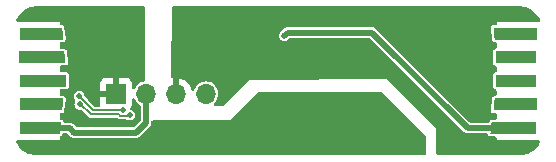
<source format=gbr>
%TF.GenerationSoftware,KiCad,Pcbnew,7.0.9*%
%TF.CreationDate,2024-06-23T02:13:20+02:00*%
%TF.ProjectId,board,626f6172-642e-46b6-9963-61645f706362,rev?*%
%TF.SameCoordinates,Original*%
%TF.FileFunction,Copper,L2,Bot*%
%TF.FilePolarity,Positive*%
%FSLAX46Y46*%
G04 Gerber Fmt 4.6, Leading zero omitted, Abs format (unit mm)*
G04 Created by KiCad (PCBNEW 7.0.9) date 2024-06-23 02:13:20*
%MOMM*%
%LPD*%
G01*
G04 APERTURE LIST*
G04 Aperture macros list*
%AMFreePoly0*
4,1,5,0.500000,-1.800000,-0.500000,-1.800000,-0.500000,1.800000,0.500000,1.900000,0.500000,-1.800000,0.500000,-1.800000,$1*%
%AMFreePoly1*
4,1,5,0.500000,1.800000,0.500000,-1.800000,-0.500000,-1.800000,-0.500000,1.900000,0.500000,1.800000,0.500000,1.800000,$1*%
%AMFreePoly2*
4,1,5,0.500000,1.900000,0.500000,-1.900000,-0.500000,-1.900000,-0.500000,2.000000,0.500000,1.900000,0.500000,1.900000,$1*%
%AMFreePoly3*
4,1,5,0.500000,-1.500000,-0.500000,-1.500000,-0.500000,2.300000,0.500000,2.400000,0.500000,-1.500000,0.500000,-1.500000,$1*%
%AMFreePoly4*
4,1,5,0.500000,1.700000,0.500000,-1.700000,-0.500000,-1.700000,-0.500000,1.800000,0.500000,1.700000,0.500000,1.700000,$1*%
G04 Aperture macros list end*
%TA.AperFunction,ComponentPad*%
%ADD10R,1.700000X1.700000*%
%TD*%
%TA.AperFunction,ComponentPad*%
%ADD11O,1.700000X1.700000*%
%TD*%
%TA.AperFunction,SMDPad,CuDef*%
%ADD12FreePoly0,90.000000*%
%TD*%
%TA.AperFunction,SMDPad,CuDef*%
%ADD13R,3.500000X1.000000*%
%TD*%
%TA.AperFunction,SMDPad,CuDef*%
%ADD14FreePoly1,90.000000*%
%TD*%
%TA.AperFunction,SMDPad,CuDef*%
%ADD15FreePoly2,90.000000*%
%TD*%
%TA.AperFunction,SMDPad,CuDef*%
%ADD16FreePoly0,270.000000*%
%TD*%
%TA.AperFunction,SMDPad,CuDef*%
%ADD17FreePoly3,270.000000*%
%TD*%
%TA.AperFunction,SMDPad,CuDef*%
%ADD18R,4.000000X1.000000*%
%TD*%
%TA.AperFunction,SMDPad,CuDef*%
%ADD19FreePoly1,270.000000*%
%TD*%
%TA.AperFunction,SMDPad,CuDef*%
%ADD20FreePoly4,270.000000*%
%TD*%
%TA.AperFunction,ViaPad*%
%ADD21C,0.500000*%
%TD*%
%TA.AperFunction,Conductor*%
%ADD22C,0.500000*%
%TD*%
%TA.AperFunction,Conductor*%
%ADD23C,0.200000*%
%TD*%
G04 APERTURE END LIST*
D10*
%TO.P,J3,1,Pin_1*%
%TO.N,/dcdc/GND1*%
X148770000Y-97600000D03*
D11*
%TO.P,J3,2,Pin_2*%
%TO.N,/dcdc/5Vin*%
X151310000Y-97600000D03*
%TO.P,J3,3,Pin_3*%
%TO.N,/dcdc/GND2*%
X153850000Y-97600000D03*
%TO.P,J3,4,Pin_4*%
%TO.N,/dcdc/5Vout*%
X156390000Y-97600000D03*
%TD*%
D12*
%TO.P,J1,6,usb3_rx+*%
%TO.N,unconnected-(J1-usb3_rx+-Pad6)*%
X182600000Y-92500000D03*
D13*
%TO.P,J1,7,usb3_rx-*%
%TO.N,unconnected-(J1-usb3_rx--Pad7)*%
X182650000Y-94500000D03*
%TO.P,J1,8,usb3_tx+*%
%TO.N,unconnected-(J1-usb3_tx+-Pad8)*%
X182650000Y-96500000D03*
D14*
%TO.P,J1,9,usb3_tx-*%
%TO.N,unconnected-(J1-usb3_tx--Pad9)*%
X182600000Y-98500000D03*
D15*
%TO.P,J1,10,5V*%
%TO.N,/dcdc/5Vout*%
X182500000Y-100500000D03*
%TD*%
D16*
%TO.P,J2,6,usb3_rx+*%
%TO.N,unconnected-(J2-usb3_rx+-Pad6)*%
X142400000Y-92500000D03*
D17*
%TO.P,J2,7,usb3_rx-*%
%TO.N,unconnected-(J2-usb3_rx--Pad7)*%
X142100000Y-94500000D03*
D18*
%TO.P,J2,8,usb3_tx+*%
%TO.N,unconnected-(J2-usb3_tx+-Pad8)*%
X142600000Y-96500000D03*
D19*
%TO.P,J2,9,usb3_tx-*%
%TO.N,unconnected-(J2-usb3_tx--Pad9)*%
X142400000Y-98500000D03*
D20*
%TO.P,J2,10,5V*%
%TO.N,/dcdc/5Vin*%
X142300000Y-100500000D03*
%TD*%
D21*
%TO.N,/dcdc/GND2*%
X174470000Y-95320000D03*
%TO.N,/iso/D+*%
X149350000Y-99000000D03*
X145650000Y-97800000D03*
%TO.N,/iso/D-*%
X149936937Y-99413063D03*
X145700000Y-98500000D03*
%TO.N,/dcdc/GND1*%
X171100000Y-97850000D03*
X141300000Y-102000000D03*
X167840000Y-101710000D03*
X164710000Y-102140000D03*
X162300000Y-100200000D03*
X164002999Y-99898000D03*
X161000000Y-97850000D03*
X170100000Y-101500000D03*
X151450000Y-101200000D03*
X157050000Y-101750000D03*
X174380000Y-101460000D03*
X154280000Y-101200000D03*
X147400000Y-102400000D03*
X146900000Y-97600000D03*
X148700000Y-95800000D03*
X168570000Y-101710000D03*
X166530000Y-101480000D03*
X141450000Y-91000000D03*
X145100000Y-92500000D03*
X150800000Y-90600000D03*
X159300000Y-101200000D03*
X145100000Y-95450000D03*
X159650000Y-99050000D03*
X160750000Y-100350000D03*
X169350000Y-101790000D03*
X150800000Y-95800000D03*
X171750000Y-101560000D03*
%TO.N,/dcdc/5Vin*%
X147150000Y-100900000D03*
%TO.N,/dcdc/GND2*%
X178950000Y-102450000D03*
X179000000Y-90850000D03*
X175070000Y-99170000D03*
X177550000Y-102450000D03*
X183150000Y-90850000D03*
X154150000Y-90650000D03*
X176550000Y-92500000D03*
X173010000Y-97070000D03*
X157550000Y-95450000D03*
X169040000Y-95860000D03*
X158250000Y-97350000D03*
X180250000Y-101650000D03*
X154850000Y-95850000D03*
X169830000Y-91450000D03*
X175440000Y-93840000D03*
X176500000Y-100600000D03*
X160400000Y-95900000D03*
X160550000Y-90550000D03*
X179650000Y-94550000D03*
X178600000Y-96400000D03*
X177500000Y-98500000D03*
X166500000Y-95850000D03*
X183350000Y-102050000D03*
X160250000Y-93900000D03*
X180200000Y-97850000D03*
X175520000Y-96140000D03*
%TO.N,/dcdc/5Vout*%
X163030000Y-92700000D03*
X165350000Y-92420000D03*
%TD*%
D22*
%TO.N,/dcdc/5Vout*%
X178550000Y-100500000D02*
X182500000Y-100500000D01*
X170470000Y-92420000D02*
X178550000Y-100500000D01*
X163310000Y-92420000D02*
X170470000Y-92420000D01*
X163030000Y-92700000D02*
X163310000Y-92420000D01*
%TO.N,/dcdc/GND1*%
X170090000Y-99900000D02*
X170090000Y-99850000D01*
X171750000Y-101560000D02*
X170090000Y-99900000D01*
X169190000Y-101630000D02*
X169190000Y-99850000D01*
X169350000Y-101790000D02*
X169190000Y-101630000D01*
X170090000Y-101490000D02*
X170090000Y-99850000D01*
X170100000Y-101500000D02*
X170090000Y-101490000D01*
X166530000Y-99860000D02*
X166520000Y-99850000D01*
X166530000Y-101480000D02*
X166530000Y-99860000D01*
D23*
%TO.N,/iso/D+*%
X146850000Y-99000000D02*
X146177000Y-98327000D01*
X146177000Y-98302420D02*
X145897580Y-98023000D01*
X145897580Y-98023000D02*
X145873000Y-98023000D01*
X149350000Y-99000000D02*
X146850000Y-99000000D01*
X145873000Y-98023000D02*
X145650000Y-97800000D01*
X146177000Y-98327000D02*
X146177000Y-98302420D01*
%TO.N,/iso/D-*%
X149873000Y-99477000D02*
X149152420Y-99477000D01*
X145750000Y-98450000D02*
X145700000Y-98500000D01*
X149002420Y-99327000D02*
X146627000Y-99327000D01*
X146627000Y-99327000D02*
X145750000Y-98450000D01*
X149936937Y-99413063D02*
X149873000Y-99477000D01*
X149152420Y-99477000D02*
X149002420Y-99327000D01*
D22*
%TO.N,/dcdc/GND1*%
X168200000Y-99850000D02*
X168490000Y-99850000D01*
X168490000Y-99850000D02*
X169190000Y-99850000D01*
X164050999Y-99850000D02*
X164002999Y-99898000D01*
X169450000Y-99850000D02*
X170090000Y-99850000D01*
X166950000Y-99850000D02*
X166520000Y-99850000D01*
X166520000Y-99850000D02*
X164050999Y-99850000D01*
X166950000Y-99850000D02*
X168200000Y-99850000D01*
X168490000Y-100490000D02*
X168490000Y-99850000D01*
X169190000Y-99850000D02*
X169450000Y-99850000D01*
%TO.N,/dcdc/5Vin*%
X147150000Y-100900000D02*
X145250000Y-100900000D01*
X147150000Y-100900000D02*
X150450000Y-100900000D01*
X150450000Y-100900000D02*
X151310000Y-100040000D01*
X145250000Y-100900000D02*
X144850000Y-100500000D01*
X151310000Y-100040000D02*
X151310000Y-97600000D01*
X144850000Y-100500000D02*
X142300000Y-100500000D01*
%TO.N,/dcdc/GND2*%
X176550000Y-97550000D02*
X177500000Y-98500000D01*
X176550000Y-92500000D02*
X176550000Y-97550000D01*
%TD*%
%TA.AperFunction,Conductor*%
%TO.N,/dcdc/GND1*%
G36*
X171315677Y-97469685D02*
G01*
X171336319Y-97486319D01*
X174963681Y-101113681D01*
X174997166Y-101175004D01*
X175000000Y-101201362D01*
X175000000Y-102675500D01*
X174980315Y-102742539D01*
X174927511Y-102788294D01*
X174876000Y-102799500D01*
X142002038Y-102799500D01*
X141997982Y-102799367D01*
X141769170Y-102784370D01*
X141761121Y-102783310D01*
X141538246Y-102738977D01*
X141530404Y-102736876D01*
X141391329Y-102689666D01*
X141315207Y-102663826D01*
X141307718Y-102660724D01*
X141103897Y-102560211D01*
X141096867Y-102556152D01*
X140907916Y-102429899D01*
X140901480Y-102424961D01*
X140730617Y-102275119D01*
X140724878Y-102269380D01*
X140575036Y-102098516D01*
X140570104Y-102092088D01*
X140443847Y-101903132D01*
X140439790Y-101896107D01*
X140339271Y-101692274D01*
X140336174Y-101684794D01*
X140329065Y-101663855D01*
X140326158Y-101594048D01*
X140361453Y-101533748D01*
X140423745Y-101502103D01*
X140446486Y-101500000D01*
X144000000Y-101500000D01*
X144000000Y-101301612D01*
X144019685Y-101234573D01*
X144065712Y-101192166D01*
X144094582Y-101176790D01*
X144129452Y-101158219D01*
X144180145Y-101096636D01*
X144197927Y-101038326D01*
X144236311Y-100979947D01*
X144300166Y-100951585D01*
X144316534Y-100950500D01*
X144612034Y-100950500D01*
X144679073Y-100970185D01*
X144699715Y-100986819D01*
X144911094Y-101198198D01*
X144915730Y-101203386D01*
X144940121Y-101233970D01*
X144940122Y-101233971D01*
X144989264Y-101267476D01*
X145037116Y-101302792D01*
X145044672Y-101306785D01*
X145052321Y-101310468D01*
X145052327Y-101310472D01*
X145085321Y-101320649D01*
X145109179Y-101328009D01*
X145165300Y-101347646D01*
X145173688Y-101349232D01*
X145182095Y-101350500D01*
X145182098Y-101350500D01*
X145241573Y-101350500D01*
X145301009Y-101352724D01*
X145301009Y-101352723D01*
X145301010Y-101352724D01*
X145301010Y-101352723D01*
X145310243Y-101351684D01*
X145310336Y-101352513D01*
X145325636Y-101350500D01*
X147082098Y-101350500D01*
X147085228Y-101350500D01*
X147214772Y-101350500D01*
X150421217Y-101350500D01*
X150428155Y-101350889D01*
X150460050Y-101354483D01*
X150467034Y-101355270D01*
X150467034Y-101355269D01*
X150467035Y-101355270D01*
X150525479Y-101344211D01*
X150584287Y-101335348D01*
X150584290Y-101335346D01*
X150592447Y-101332830D01*
X150600469Y-101330023D01*
X150600472Y-101330023D01*
X150653072Y-101302222D01*
X150706642Y-101276425D01*
X150706642Y-101276424D01*
X150706644Y-101276424D01*
X150713695Y-101271616D01*
X150720538Y-101266566D01*
X150762599Y-101224504D01*
X150785359Y-101203386D01*
X150806194Y-101184055D01*
X150806196Y-101184050D01*
X150811987Y-101176790D01*
X150812643Y-101177313D01*
X150822032Y-101165070D01*
X151608205Y-100378896D01*
X151613373Y-100374277D01*
X151643970Y-100349879D01*
X151677480Y-100300728D01*
X151712793Y-100252882D01*
X151712794Y-100252879D01*
X151716787Y-100245324D01*
X151720470Y-100237676D01*
X151720470Y-100237675D01*
X151720472Y-100237673D01*
X151738007Y-100180822D01*
X151757646Y-100124699D01*
X151759228Y-100116336D01*
X151760500Y-100107899D01*
X151760500Y-100048441D01*
X151762725Y-99988993D01*
X151762600Y-99987882D01*
X151762812Y-99986670D01*
X151763073Y-99979703D01*
X151764026Y-99979738D01*
X151774656Y-99919060D01*
X151822006Y-99867681D01*
X151885821Y-99850000D01*
X158400000Y-99850000D01*
X160763681Y-97486319D01*
X160825004Y-97452834D01*
X160851362Y-97450000D01*
X171248638Y-97450000D01*
X171315677Y-97469685D01*
G37*
%TD.AperFunction*%
%TA.AperFunction,Conductor*%
G36*
X151193039Y-90220185D02*
G01*
X151238794Y-90272989D01*
X151250000Y-90324500D01*
X151250000Y-96437939D01*
X151230315Y-96504978D01*
X151177511Y-96550733D01*
X151138156Y-96561342D01*
X151104067Y-96564699D01*
X150928692Y-96617898D01*
X150923413Y-96619500D01*
X150906043Y-96624769D01*
X150872634Y-96642627D01*
X150723550Y-96722315D01*
X150723548Y-96722316D01*
X150723547Y-96722317D01*
X150563589Y-96853589D01*
X150432317Y-97013547D01*
X150353358Y-97161267D01*
X150304395Y-97211111D01*
X150236257Y-97226571D01*
X150170578Y-97202739D01*
X150128209Y-97147181D01*
X150120000Y-97102813D01*
X150120000Y-96702172D01*
X150119999Y-96702155D01*
X150113598Y-96642627D01*
X150113596Y-96642620D01*
X150063354Y-96507913D01*
X150063350Y-96507906D01*
X149977190Y-96392812D01*
X149977187Y-96392809D01*
X149862093Y-96306649D01*
X149862086Y-96306645D01*
X149727379Y-96256403D01*
X149727372Y-96256401D01*
X149667844Y-96250000D01*
X149020000Y-96250000D01*
X149020000Y-97164498D01*
X148912315Y-97115320D01*
X148805763Y-97100000D01*
X148734237Y-97100000D01*
X148627685Y-97115320D01*
X148520000Y-97164498D01*
X148520000Y-96250000D01*
X147872155Y-96250000D01*
X147812627Y-96256401D01*
X147812620Y-96256403D01*
X147677913Y-96306645D01*
X147677906Y-96306649D01*
X147562812Y-96392809D01*
X147562809Y-96392812D01*
X147476649Y-96507906D01*
X147476645Y-96507913D01*
X147426403Y-96642620D01*
X147426401Y-96642627D01*
X147420000Y-96702155D01*
X147420000Y-97350000D01*
X148336314Y-97350000D01*
X148310507Y-97390156D01*
X148270000Y-97528111D01*
X148270000Y-97671889D01*
X148310507Y-97809844D01*
X148336314Y-97850000D01*
X147420000Y-97850000D01*
X147420000Y-98497844D01*
X147426925Y-98562244D01*
X147414520Y-98631004D01*
X147366910Y-98682141D01*
X147303636Y-98699500D01*
X147025833Y-98699500D01*
X146958794Y-98679815D01*
X146938152Y-98663181D01*
X146465030Y-98190059D01*
X146439276Y-98152463D01*
X146429206Y-98129655D01*
X146424309Y-98124758D01*
X146406563Y-98102354D01*
X146405105Y-98100000D01*
X146402919Y-98096468D01*
X146378171Y-98077779D01*
X146371694Y-98072143D01*
X146154502Y-97854951D01*
X146148858Y-97848465D01*
X146141539Y-97838774D01*
X146141538Y-97838772D01*
X146141535Y-97838769D01*
X146138924Y-97836388D01*
X146135574Y-97830875D01*
X146134613Y-97829602D01*
X146134741Y-97829504D01*
X146102644Y-97776676D01*
X146099728Y-97762412D01*
X146086697Y-97671774D01*
X146032882Y-97553937D01*
X145948049Y-97456033D01*
X145839069Y-97385996D01*
X145839065Y-97385994D01*
X145839064Y-97385994D01*
X145714774Y-97349500D01*
X145714772Y-97349500D01*
X145585228Y-97349500D01*
X145585226Y-97349500D01*
X145460935Y-97385994D01*
X145460932Y-97385995D01*
X145460931Y-97385996D01*
X145448374Y-97394066D01*
X145351950Y-97456033D01*
X145267118Y-97553937D01*
X145267117Y-97553938D01*
X145213302Y-97671774D01*
X145194867Y-97800000D01*
X145213302Y-97928225D01*
X145247887Y-98003954D01*
X145267118Y-98046063D01*
X145310793Y-98096467D01*
X145311818Y-98097650D01*
X145340842Y-98161206D01*
X145330898Y-98230364D01*
X145320947Y-98245860D01*
X145321911Y-98246480D01*
X145317116Y-98253939D01*
X145263302Y-98371774D01*
X145244867Y-98500000D01*
X145263302Y-98628225D01*
X145295853Y-98699500D01*
X145317118Y-98746063D01*
X145401951Y-98843967D01*
X145510931Y-98914004D01*
X145544761Y-98923937D01*
X145635225Y-98950499D01*
X145635227Y-98950500D01*
X145773641Y-98950500D01*
X145773641Y-98954203D01*
X145825369Y-98961528D01*
X145861781Y-98986752D01*
X146370078Y-99495049D01*
X146375721Y-99501533D01*
X146383041Y-99511226D01*
X146383042Y-99511228D01*
X146407659Y-99533669D01*
X146418375Y-99543439D01*
X146420423Y-99545394D01*
X146434203Y-99559174D01*
X146436413Y-99560688D01*
X146443143Y-99566018D01*
X146454016Y-99575930D01*
X146466064Y-99586914D01*
X146466065Y-99586914D01*
X146466067Y-99586916D01*
X146472530Y-99589419D01*
X146497807Y-99602743D01*
X146503519Y-99606656D01*
X146533702Y-99613754D01*
X146541903Y-99616294D01*
X146570827Y-99627500D01*
X146577751Y-99627500D01*
X146606141Y-99630793D01*
X146612881Y-99632379D01*
X146643591Y-99628095D01*
X146652166Y-99627500D01*
X148823427Y-99627500D01*
X148890466Y-99647185D01*
X148906967Y-99659865D01*
X148943795Y-99693439D01*
X148945843Y-99695394D01*
X148959623Y-99709174D01*
X148961833Y-99710688D01*
X148968563Y-99716018D01*
X148979436Y-99725930D01*
X148991484Y-99736914D01*
X148991485Y-99736914D01*
X148991487Y-99736916D01*
X148997950Y-99739419D01*
X149023227Y-99752743D01*
X149028939Y-99756656D01*
X149059122Y-99763754D01*
X149067323Y-99766294D01*
X149096247Y-99777500D01*
X149103171Y-99777500D01*
X149131561Y-99780793D01*
X149138301Y-99782379D01*
X149169011Y-99778095D01*
X149177586Y-99777500D01*
X149634330Y-99777500D01*
X149701368Y-99797184D01*
X149747870Y-99827068D01*
X149872162Y-99863562D01*
X149872164Y-99863563D01*
X149872165Y-99863563D01*
X150001710Y-99863563D01*
X150001710Y-99863562D01*
X150126006Y-99827067D01*
X150234986Y-99757030D01*
X150319819Y-99659126D01*
X150373634Y-99541289D01*
X150392070Y-99413063D01*
X150373634Y-99284837D01*
X150319819Y-99167000D01*
X150234986Y-99069096D01*
X150126006Y-98999059D01*
X150126004Y-98999058D01*
X150126002Y-98999057D01*
X150057614Y-98978977D01*
X149998836Y-98941203D01*
X149969811Y-98877647D01*
X149979755Y-98808489D01*
X149993283Y-98785688D01*
X150063352Y-98692089D01*
X150063354Y-98692086D01*
X150113596Y-98557379D01*
X150113598Y-98557372D01*
X150119999Y-98497844D01*
X150120000Y-98497827D01*
X150120000Y-98097186D01*
X150139685Y-98030147D01*
X150192489Y-97984392D01*
X150261647Y-97974448D01*
X150325203Y-98003473D01*
X150353356Y-98038729D01*
X150432315Y-98186450D01*
X150432317Y-98186452D01*
X150563589Y-98346410D01*
X150723549Y-98477684D01*
X150723551Y-98477686D01*
X150750242Y-98491952D01*
X150793953Y-98515316D01*
X150843797Y-98564277D01*
X150859500Y-98624674D01*
X150859500Y-99802035D01*
X150839815Y-99869074D01*
X150823181Y-99889716D01*
X150299716Y-100413181D01*
X150238393Y-100446666D01*
X150212035Y-100449500D01*
X145487965Y-100449500D01*
X145420926Y-100429815D01*
X145400284Y-100413181D01*
X145188908Y-100201805D01*
X145184271Y-100196617D01*
X145159878Y-100166029D01*
X145110728Y-100132519D01*
X145062882Y-100097207D01*
X145055297Y-100093198D01*
X145047677Y-100089529D01*
X145023161Y-100081967D01*
X144990822Y-100071992D01*
X144970154Y-100064760D01*
X144934695Y-100052352D01*
X144926326Y-100050768D01*
X144917904Y-100049500D01*
X144917902Y-100049500D01*
X144858426Y-100049500D01*
X144798990Y-100047275D01*
X144789756Y-100048316D01*
X144789662Y-100047486D01*
X144774364Y-100049500D01*
X144416039Y-100049500D01*
X144349000Y-100029815D01*
X144303245Y-99977011D01*
X144294422Y-99949692D01*
X144288867Y-99921770D01*
X144288867Y-99921769D01*
X144244552Y-99855447D01*
X144178230Y-99811132D01*
X144178229Y-99811131D01*
X144099809Y-99795533D01*
X144037898Y-99763148D01*
X144003324Y-99702432D01*
X144000000Y-99673916D01*
X144000000Y-99328428D01*
X144019685Y-99261389D01*
X144072489Y-99215634D01*
X144124000Y-99204428D01*
X144199995Y-99204428D01*
X144200000Y-99204428D01*
X144227546Y-99200362D01*
X144259045Y-99195715D01*
X144259045Y-99195714D01*
X144259050Y-99195714D01*
X144329452Y-99158219D01*
X144380145Y-99096636D01*
X144403413Y-99020341D01*
X144503413Y-98020341D01*
X144504428Y-98000000D01*
X144488867Y-97921769D01*
X144474162Y-97899762D01*
X144444552Y-97855447D01*
X144378230Y-97811132D01*
X144378229Y-97811131D01*
X144300004Y-97795572D01*
X144300000Y-97795572D01*
X144124000Y-97795572D01*
X144056961Y-97775887D01*
X144011206Y-97723083D01*
X144000000Y-97671572D01*
X144000000Y-97324500D01*
X144019685Y-97257461D01*
X144072489Y-97211706D01*
X144124000Y-97200500D01*
X144619750Y-97200500D01*
X144619751Y-97200499D01*
X144642140Y-97196046D01*
X144678229Y-97188868D01*
X144678229Y-97188867D01*
X144678231Y-97188867D01*
X144744552Y-97144552D01*
X144788867Y-97078231D01*
X144788867Y-97078229D01*
X144788868Y-97078229D01*
X144800499Y-97019752D01*
X144800500Y-97019750D01*
X144800500Y-95980249D01*
X144800499Y-95980247D01*
X144788868Y-95921770D01*
X144788867Y-95921769D01*
X144744552Y-95855447D01*
X144678230Y-95811132D01*
X144678229Y-95811131D01*
X144619752Y-95799500D01*
X144619748Y-95799500D01*
X144124000Y-95799500D01*
X144056961Y-95779815D01*
X144011206Y-95727011D01*
X144000000Y-95675500D01*
X144000000Y-95328428D01*
X144019685Y-95261389D01*
X144072489Y-95215634D01*
X144124000Y-95204428D01*
X144500001Y-95204428D01*
X144500967Y-95204379D01*
X144520341Y-95203413D01*
X144596636Y-95180145D01*
X144658219Y-95129452D01*
X144695714Y-95059050D01*
X144703413Y-94979659D01*
X144603413Y-93979659D01*
X144588867Y-93921769D01*
X144544552Y-93855448D01*
X144544551Y-93855446D01*
X144478230Y-93811132D01*
X144478229Y-93811131D01*
X144400004Y-93795572D01*
X144400000Y-93795572D01*
X144124000Y-93795572D01*
X144056961Y-93775887D01*
X144011206Y-93723083D01*
X144000000Y-93671572D01*
X144000000Y-93328428D01*
X144019685Y-93261389D01*
X144072489Y-93215634D01*
X144124000Y-93204428D01*
X144300001Y-93204428D01*
X144300967Y-93204379D01*
X144320341Y-93203413D01*
X144396636Y-93180145D01*
X144458219Y-93129452D01*
X144495714Y-93059050D01*
X144503413Y-92979659D01*
X144403413Y-91979659D01*
X144388867Y-91921769D01*
X144344552Y-91855448D01*
X144344551Y-91855446D01*
X144278230Y-91811132D01*
X144278229Y-91811131D01*
X144200004Y-91795572D01*
X144200000Y-91795572D01*
X144124000Y-91795572D01*
X144056961Y-91775887D01*
X144011206Y-91723083D01*
X144000000Y-91671572D01*
X144000000Y-91500000D01*
X140446486Y-91500000D01*
X140379447Y-91480315D01*
X140333692Y-91427511D01*
X140323748Y-91358353D01*
X140329062Y-91336153D01*
X140336178Y-91315191D01*
X140339271Y-91307725D01*
X140439793Y-91103885D01*
X140443847Y-91096867D01*
X140444937Y-91095236D01*
X140570109Y-90907903D01*
X140575030Y-90901490D01*
X140724887Y-90730609D01*
X140730609Y-90724887D01*
X140901490Y-90575030D01*
X140907903Y-90570109D01*
X141096872Y-90443844D01*
X141103885Y-90439793D01*
X141307730Y-90339269D01*
X141315194Y-90336177D01*
X141530407Y-90263122D01*
X141538243Y-90261022D01*
X141761136Y-90216686D01*
X141769165Y-90215629D01*
X141843393Y-90210764D01*
X141997982Y-90200633D01*
X142002038Y-90200500D01*
X142039882Y-90200500D01*
X151126000Y-90200500D01*
X151193039Y-90220185D01*
G37*
%TD.AperFunction*%
%TD*%
%TA.AperFunction,Conductor*%
%TO.N,/dcdc/GND2*%
G36*
X183002018Y-90200633D02*
G01*
X183166543Y-90211415D01*
X183230832Y-90215629D01*
X183238865Y-90216687D01*
X183449438Y-90258572D01*
X183461753Y-90261022D01*
X183469596Y-90263123D01*
X183684800Y-90336175D01*
X183692274Y-90339271D01*
X183896107Y-90439790D01*
X183903132Y-90443847D01*
X184092088Y-90570104D01*
X184098516Y-90575036D01*
X184269380Y-90724878D01*
X184275119Y-90730617D01*
X184424961Y-90901480D01*
X184429899Y-90907916D01*
X184556152Y-91096867D01*
X184560212Y-91103898D01*
X184660721Y-91307711D01*
X184663828Y-91315211D01*
X184670932Y-91336139D01*
X184673843Y-91405948D01*
X184638550Y-91466249D01*
X184576259Y-91497896D01*
X184553514Y-91500000D01*
X181000000Y-91500000D01*
X181000000Y-91671572D01*
X180980315Y-91738611D01*
X180927511Y-91784366D01*
X180876000Y-91795572D01*
X180699999Y-91795572D01*
X180679658Y-91796587D01*
X180646179Y-91806797D01*
X180603364Y-91819855D01*
X180603363Y-91819855D01*
X180603362Y-91819856D01*
X180541780Y-91870547D01*
X180504286Y-91940949D01*
X180496836Y-92017777D01*
X180496587Y-92020341D01*
X180596587Y-93020341D01*
X180602931Y-93045590D01*
X180611133Y-93078231D01*
X180655448Y-93144553D01*
X180721769Y-93188867D01*
X180721770Y-93188868D01*
X180799995Y-93204427D01*
X180799999Y-93204428D01*
X180800000Y-93204428D01*
X180876000Y-93204428D01*
X180943039Y-93224113D01*
X180988794Y-93276917D01*
X181000000Y-93328428D01*
X181000000Y-93675500D01*
X180980315Y-93742539D01*
X180927511Y-93788294D01*
X180886153Y-93797291D01*
X180886312Y-93798903D01*
X180880247Y-93799500D01*
X180821770Y-93811131D01*
X180821769Y-93811132D01*
X180755447Y-93855447D01*
X180711132Y-93921769D01*
X180711131Y-93921770D01*
X180699500Y-93980247D01*
X180699500Y-95019752D01*
X180711131Y-95078229D01*
X180711132Y-95078230D01*
X180755447Y-95144552D01*
X180821769Y-95188867D01*
X180821770Y-95188868D01*
X180879852Y-95200420D01*
X180880252Y-95200500D01*
X180880257Y-95200500D01*
X180886312Y-95201097D01*
X180886079Y-95203459D01*
X180943039Y-95220185D01*
X180988794Y-95272989D01*
X181000000Y-95324500D01*
X181000000Y-95675500D01*
X180980315Y-95742539D01*
X180927511Y-95788294D01*
X180886153Y-95797291D01*
X180886312Y-95798903D01*
X180880247Y-95799500D01*
X180821770Y-95811131D01*
X180821769Y-95811132D01*
X180755447Y-95855447D01*
X180711132Y-95921769D01*
X180711131Y-95921770D01*
X180699500Y-95980247D01*
X180699500Y-97019752D01*
X180711131Y-97078229D01*
X180711132Y-97078230D01*
X180755447Y-97144552D01*
X180821769Y-97188867D01*
X180821770Y-97188868D01*
X180879852Y-97200420D01*
X180880252Y-97200500D01*
X180880257Y-97200500D01*
X180886312Y-97201097D01*
X180886079Y-97203459D01*
X180943039Y-97220185D01*
X180988794Y-97272989D01*
X181000000Y-97324500D01*
X181000000Y-97671572D01*
X180980315Y-97738611D01*
X180927511Y-97784366D01*
X180876000Y-97795572D01*
X180800000Y-97795572D01*
X180799996Y-97795572D01*
X180799987Y-97795573D01*
X180740954Y-97804284D01*
X180740947Y-97804287D01*
X180670548Y-97841780D01*
X180619855Y-97903362D01*
X180611488Y-97930798D01*
X180596587Y-97979659D01*
X180496587Y-98979659D01*
X180495572Y-99000000D01*
X180505518Y-99050000D01*
X180511133Y-99078231D01*
X180555447Y-99144552D01*
X180621769Y-99188867D01*
X180621770Y-99188868D01*
X180699995Y-99204427D01*
X180699999Y-99204428D01*
X180700000Y-99204428D01*
X180876000Y-99204428D01*
X180943039Y-99224113D01*
X180988794Y-99276917D01*
X181000000Y-99328428D01*
X181000000Y-99671572D01*
X180980315Y-99738611D01*
X180927511Y-99784366D01*
X180876000Y-99795572D01*
X180600000Y-99795572D01*
X180599996Y-99795572D01*
X180599987Y-99795573D01*
X180540954Y-99804284D01*
X180540947Y-99804287D01*
X180470548Y-99841780D01*
X180419855Y-99903362D01*
X180402073Y-99961672D01*
X180363689Y-100020053D01*
X180299834Y-100048415D01*
X180283466Y-100049500D01*
X178787965Y-100049500D01*
X178720926Y-100029815D01*
X178700284Y-100013181D01*
X170808908Y-92121805D01*
X170804271Y-92116617D01*
X170787417Y-92095483D01*
X170779879Y-92086030D01*
X170730728Y-92052519D01*
X170682882Y-92017207D01*
X170675297Y-92013198D01*
X170667677Y-92009529D01*
X170643161Y-92001967D01*
X170610822Y-91991992D01*
X170589845Y-91984652D01*
X170554695Y-91972352D01*
X170546326Y-91970768D01*
X170537904Y-91969500D01*
X170537902Y-91969500D01*
X170478426Y-91969500D01*
X170418990Y-91967275D01*
X170409756Y-91968316D01*
X170409662Y-91967486D01*
X170394364Y-91969500D01*
X163338783Y-91969500D01*
X163331844Y-91969110D01*
X163317426Y-91967486D01*
X163292964Y-91964729D01*
X163234511Y-91975789D01*
X163175711Y-91984652D01*
X163167556Y-91987167D01*
X163159530Y-91989975D01*
X163159529Y-91989976D01*
X163159527Y-91989976D01*
X163159524Y-91989978D01*
X163106926Y-92017777D01*
X163053358Y-92043575D01*
X163046308Y-92048380D01*
X163039461Y-92053435D01*
X163018437Y-92074458D01*
X162997413Y-92095483D01*
X162974636Y-92116617D01*
X162953803Y-92135947D01*
X162948013Y-92143208D01*
X162947362Y-92142688D01*
X162937967Y-92154928D01*
X162755125Y-92337770D01*
X162734491Y-92354400D01*
X162731951Y-92356032D01*
X162701521Y-92391149D01*
X162698511Y-92394383D01*
X162687572Y-92405324D01*
X162687571Y-92405326D01*
X162679433Y-92416352D01*
X162676407Y-92420133D01*
X162647118Y-92453935D01*
X162645046Y-92458473D01*
X162632029Y-92480583D01*
X162627207Y-92487117D01*
X162612557Y-92528986D01*
X162610432Y-92534267D01*
X162593302Y-92571776D01*
X162592031Y-92580617D01*
X162586338Y-92603911D01*
X162582354Y-92615298D01*
X162582353Y-92615303D01*
X162580825Y-92656134D01*
X162580237Y-92662641D01*
X162574867Y-92699996D01*
X162574867Y-92699999D01*
X162576699Y-92712745D01*
X162577873Y-92735020D01*
X162577275Y-92751006D01*
X162577275Y-92751007D01*
X162586947Y-92787103D01*
X162588430Y-92794333D01*
X162593302Y-92828225D01*
X162600281Y-92843505D01*
X162607261Y-92862923D01*
X162612421Y-92882180D01*
X162612423Y-92882186D01*
X162630444Y-92910865D01*
X162634347Y-92918101D01*
X162647116Y-92946059D01*
X162647118Y-92946063D01*
X162660697Y-92961734D01*
X162671975Y-92976961D01*
X162684677Y-92997175D01*
X162696296Y-93007174D01*
X162704251Y-93014019D01*
X162717085Y-93026810D01*
X162731951Y-93043967D01*
X162756341Y-93059641D01*
X162763264Y-93064805D01*
X162787612Y-93085758D01*
X162795825Y-93089341D01*
X162807684Y-93094515D01*
X162825144Y-93103858D01*
X162840927Y-93114002D01*
X162840928Y-93114003D01*
X162840930Y-93114003D01*
X162840931Y-93114004D01*
X162872118Y-93123161D01*
X162879432Y-93125819D01*
X162912084Y-93140065D01*
X162914871Y-93140378D01*
X162929939Y-93142077D01*
X162950992Y-93146320D01*
X162965227Y-93150500D01*
X162965228Y-93150500D01*
X163001217Y-93150500D01*
X163008155Y-93150889D01*
X163040050Y-93154483D01*
X163047034Y-93155270D01*
X163047034Y-93155269D01*
X163047035Y-93155270D01*
X163060820Y-93152661D01*
X163083872Y-93150500D01*
X163094772Y-93150500D01*
X163132661Y-93139374D01*
X163138595Y-93137945D01*
X163180472Y-93130023D01*
X163189388Y-93125310D01*
X163212396Y-93115963D01*
X163219069Y-93114004D01*
X163255225Y-93090766D01*
X163259773Y-93088110D01*
X163300538Y-93066566D01*
X163304870Y-93062233D01*
X163325523Y-93045590D01*
X163328049Y-93043967D01*
X163358492Y-93008831D01*
X163361475Y-93005627D01*
X163460286Y-92906816D01*
X163521608Y-92873334D01*
X163547965Y-92870500D01*
X165285228Y-92870500D01*
X165414772Y-92870500D01*
X170232034Y-92870500D01*
X170299073Y-92890185D01*
X170319715Y-92906819D01*
X178211090Y-100798193D01*
X178215726Y-100803380D01*
X178240121Y-100833970D01*
X178240121Y-100833971D01*
X178289271Y-100867480D01*
X178337118Y-100902793D01*
X178344654Y-100906776D01*
X178352319Y-100910467D01*
X178352327Y-100910472D01*
X178409177Y-100928007D01*
X178465297Y-100947645D01*
X178465299Y-100947645D01*
X178465301Y-100947646D01*
X178465302Y-100947646D01*
X178473698Y-100949234D01*
X178482095Y-100950500D01*
X178482098Y-100950500D01*
X178541559Y-100950500D01*
X178601009Y-100952725D01*
X178601009Y-100952724D01*
X178601010Y-100952725D01*
X178601010Y-100952724D01*
X178610242Y-100951685D01*
X178610335Y-100952513D01*
X178625639Y-100950500D01*
X180183961Y-100950500D01*
X180251000Y-100970185D01*
X180296755Y-101022989D01*
X180305578Y-101050308D01*
X180311132Y-101078229D01*
X180311132Y-101078230D01*
X180355447Y-101144552D01*
X180421769Y-101188867D01*
X180421770Y-101188868D01*
X180499995Y-101204427D01*
X180499999Y-101204428D01*
X180500000Y-101204428D01*
X180876000Y-101204428D01*
X180943039Y-101224113D01*
X180988794Y-101276917D01*
X181000000Y-101328428D01*
X181000000Y-101500000D01*
X184553514Y-101500000D01*
X184620553Y-101519685D01*
X184666308Y-101572489D01*
X184676252Y-101641647D01*
X184670933Y-101663857D01*
X184668403Y-101671311D01*
X184663827Y-101684790D01*
X184660721Y-101692288D01*
X184560212Y-101896101D01*
X184556152Y-101903132D01*
X184429899Y-102092083D01*
X184424957Y-102098524D01*
X184275121Y-102269380D01*
X184269380Y-102275121D01*
X184098524Y-102424957D01*
X184092083Y-102429899D01*
X183903132Y-102556152D01*
X183896101Y-102560212D01*
X183692287Y-102660722D01*
X183684786Y-102663829D01*
X183469595Y-102736876D01*
X183461753Y-102738977D01*
X183238878Y-102783310D01*
X183230829Y-102784370D01*
X183002018Y-102799367D01*
X182997962Y-102799500D01*
X176024000Y-102799500D01*
X175956961Y-102779815D01*
X175911206Y-102727011D01*
X175900000Y-102675500D01*
X175900000Y-100550000D01*
X175899999Y-100549999D01*
X171700001Y-96350000D01*
X171700000Y-96350000D01*
X160150001Y-96399999D01*
X160150000Y-96400000D01*
X157884778Y-98566733D01*
X157822726Y-98598847D01*
X157801883Y-98601093D01*
X157157569Y-98615736D01*
X157090100Y-98597580D01*
X157043157Y-98545829D01*
X157031645Y-98476914D01*
X157059218Y-98412715D01*
X157076084Y-98395917D01*
X157136410Y-98346410D01*
X157267685Y-98186450D01*
X157365232Y-98003954D01*
X157425300Y-97805934D01*
X157445583Y-97600000D01*
X157425300Y-97394066D01*
X157365232Y-97196046D01*
X157267685Y-97013550D01*
X157192897Y-96922420D01*
X157136410Y-96853589D01*
X157018677Y-96756969D01*
X156976450Y-96722315D01*
X156793954Y-96624768D01*
X156595934Y-96564700D01*
X156595932Y-96564699D01*
X156595934Y-96564699D01*
X156390000Y-96544417D01*
X156184067Y-96564699D01*
X155986043Y-96624769D01*
X155875898Y-96683643D01*
X155803550Y-96722315D01*
X155803548Y-96722316D01*
X155803547Y-96722317D01*
X155643589Y-96853589D01*
X155512317Y-97013547D01*
X155414767Y-97196046D01*
X155394593Y-97262552D01*
X155356296Y-97320990D01*
X155292483Y-97349447D01*
X155223416Y-97338886D01*
X155171023Y-97292661D01*
X155156158Y-97258649D01*
X155123433Y-97136516D01*
X155123429Y-97136507D01*
X155023600Y-96922422D01*
X155023599Y-96922420D01*
X154888113Y-96728926D01*
X154888108Y-96728920D01*
X154721082Y-96561894D01*
X154527578Y-96426399D01*
X154313492Y-96326570D01*
X154313486Y-96326567D01*
X154100000Y-96269364D01*
X154100000Y-97164498D01*
X153992315Y-97115320D01*
X153885763Y-97100000D01*
X153814237Y-97100000D01*
X153707685Y-97115320D01*
X153600000Y-97164498D01*
X153600000Y-96269364D01*
X153592594Y-96263681D01*
X153549018Y-96262643D01*
X153491157Y-96223479D01*
X153463655Y-96159250D01*
X153462780Y-96143912D01*
X153463250Y-96050000D01*
X153491880Y-90323877D01*
X153511899Y-90256940D01*
X153564931Y-90211449D01*
X153615878Y-90200500D01*
X182960118Y-90200500D01*
X182997962Y-90200500D01*
X183002018Y-90200633D01*
G37*
%TD.AperFunction*%
%TD*%
M02*

</source>
